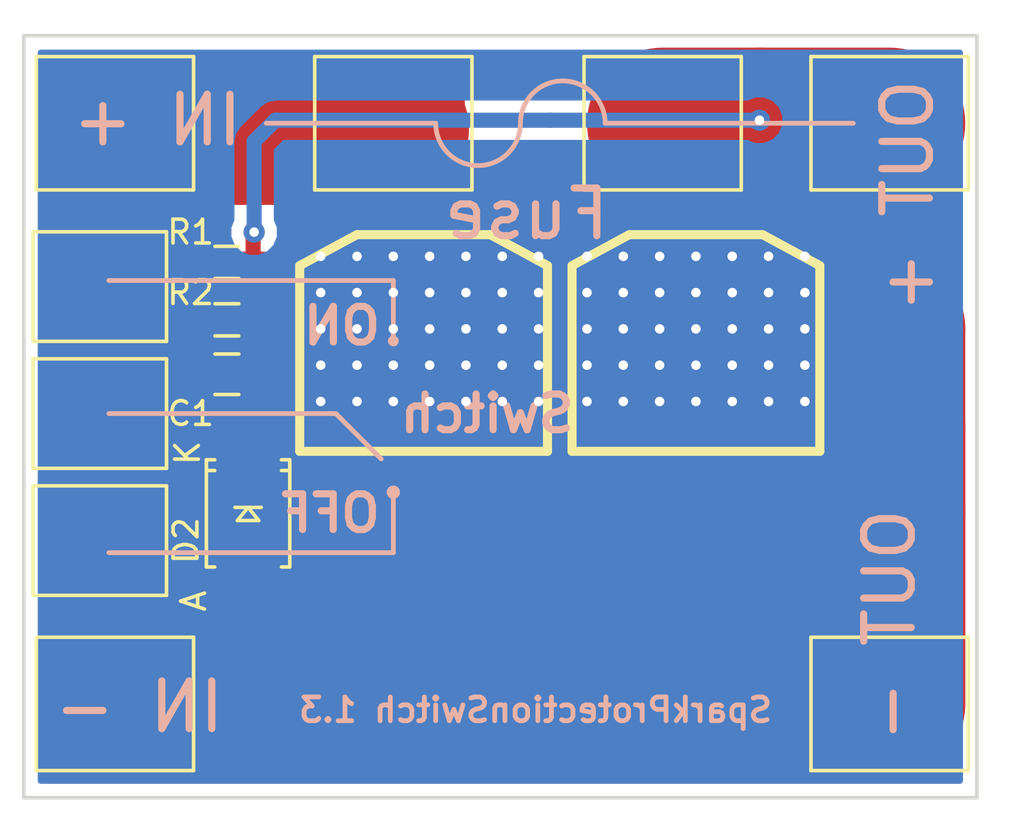
<source format=kicad_pcb>
(kicad_pcb (version 4) (host pcbnew "(2014-08-31 BZR 5107)-product")

  (general
    (links 24)
    (no_connects 0)
    (area 111.924999 70.924999 152.075001 103.075001)
    (thickness 1.6)
    (drawings 25)
    (tracks 214)
    (zones 0)
    (modules 15)
    (nets 8)
  )

  (page A4)
  (layers
    (0 F.Cu signal)
    (31 B.Cu signal)
    (32 B.Adhes user)
    (33 F.Adhes user)
    (34 B.Paste user)
    (35 F.Paste user)
    (36 B.SilkS user)
    (37 F.SilkS user)
    (38 B.Mask user)
    (39 F.Mask user)
    (40 Dwgs.User user)
    (41 Cmts.User user)
    (42 Eco1.User user)
    (43 Eco2.User user)
    (44 Edge.Cuts user)
  )

  (setup
    (last_trace_width 0.635)
    (user_trace_width 0.3048)
    (user_trace_width 0.4064)
    (user_trace_width 0.635)
    (user_trace_width 1.27)
    (user_trace_width 2.286)
    (user_trace_width 3.81)
    (user_trace_width 5.08)
    (user_trace_width 6.35)
    (trace_clearance 0.254)
    (zone_clearance 0.508)
    (zone_45_only no)
    (trace_min 0.254)
    (segment_width 0.2)
    (edge_width 0.15)
    (via_size 0.889)
    (via_drill 0.4)
    (via_min_size 0.889)
    (via_min_drill 0.4)
    (uvia_size 0.508)
    (uvia_drill 0.127)
    (uvias_allowed no)
    (uvia_min_size 0.508)
    (uvia_min_drill 0.127)
    (pcb_text_width 0.3)
    (pcb_text_size 1 1)
    (mod_edge_width 0.15)
    (mod_text_size 1 1)
    (mod_text_width 0.15)
    (pad_size 3.50012 1.80086)
    (pad_drill 0)
    (pad_to_mask_clearance 0)
    (aux_axis_origin 0 0)
    (visible_elements FFFFFF7F)
    (pcbplotparams
      (layerselection 0x010f0_80000001)
      (usegerberextensions true)
      (excludeedgelayer true)
      (linewidth 0.100000)
      (plotframeref false)
      (viasonmask false)
      (mode 1)
      (useauxorigin false)
      (hpglpennumber 1)
      (hpglpenspeed 20)
      (hpglpendiameter 15)
      (hpglpenoverlay 2)
      (psnegative false)
      (psa4output false)
      (plotreference true)
      (plotvalue false)
      (plotinvisibletext false)
      (padsonsilk false)
      (subtractmaskfromsilk true)
      (outputformat 1)
      (mirror false)
      (drillshape 0)
      (scaleselection 1)
      (outputdirectory Gerber))
  )

  (net 0 "")
  (net 1 "Net-(C1-Pad1)")
  (net 2 "Net-(C1-Pad2)")
  (net 3 "Net-(P1-Pad1)")
  (net 4 "Net-(P3-Pad1)")
  (net 5 "Net-(P5-Pad1)")
  (net 6 "Net-(P4-Pad1)")
  (net 7 "Net-(D2-Pad1)")

  (net_class Default "This is the default net class."
    (clearance 0.254)
    (trace_width 0.254)
    (via_dia 0.889)
    (via_drill 0.4)
    (uvia_dia 0.508)
    (uvia_drill 0.127)
    (add_net "Net-(C1-Pad1)")
    (add_net "Net-(C1-Pad2)")
    (add_net "Net-(D2-Pad1)")
    (add_net "Net-(P1-Pad1)")
    (add_net "Net-(P3-Pad1)")
    (add_net "Net-(P4-Pad1)")
    (add_net "Net-(P5-Pad1)")
  )

  (module Diodes_SMD:Diode-SMA_Handsoldering (layer F.Cu) (tedit 55D5AEF2) (tstamp 55BF524A)
    (at 121.412 91.059 270)
    (descr "Diode SMA Handsoldering")
    (tags "Diode SMA Handsoldering")
    (path /55A12D05)
    (attr smd)
    (fp_text reference D2 (at 1.143 2.6035 270) (layer F.SilkS)
      (effects (font (size 1 1) (thickness 0.15)))
    )
    (fp_text value ZENERsmall (at 0.05 4.4 270) (layer F.Fab) hide
      (effects (font (size 1 1) (thickness 0.15)))
    )
    (fp_line (start -4.5 -2) (end 4.5 -2) (layer F.CrtYd) (width 0.05))
    (fp_line (start 4.5 -2) (end 4.5 2) (layer F.CrtYd) (width 0.05))
    (fp_line (start 4.5 2) (end -4.5 2) (layer F.CrtYd) (width 0.05))
    (fp_line (start -4.5 2) (end -4.5 -2) (layer F.CrtYd) (width 0.05))
    (fp_line (start -0.25 0) (end 0.3 -0.45) (layer F.SilkS) (width 0.15))
    (fp_line (start 0.3 -0.45) (end 0.3 0.45) (layer F.SilkS) (width 0.15))
    (fp_line (start 0.3 0.45) (end -0.25 0) (layer F.SilkS) (width 0.15))
    (fp_line (start -0.25 -0.55) (end -0.25 0.55) (layer F.SilkS) (width 0.15))
    (fp_text user K (at -2.54 2.54 270) (layer F.SilkS)
      (effects (font (size 1 1) (thickness 0.15)))
    )
    (fp_text user A (at 3.683 2.286 270) (layer F.SilkS)
      (effects (font (size 1 1) (thickness 0.15)))
    )
    (fp_line (start -1.79914 1.75006) (end -1.79914 1.39954) (layer F.SilkS) (width 0.15))
    (fp_line (start -1.79914 -1.75006) (end -1.79914 -1.39954) (layer F.SilkS) (width 0.15))
    (fp_line (start 2.25044 1.75006) (end 2.25044 1.39954) (layer F.SilkS) (width 0.15))
    (fp_line (start -2.25044 1.75006) (end -2.25044 1.39954) (layer F.SilkS) (width 0.15))
    (fp_line (start -2.25044 -1.75006) (end -2.25044 -1.39954) (layer F.SilkS) (width 0.15))
    (fp_line (start 2.25044 -1.75006) (end 2.25044 -1.39954) (layer F.SilkS) (width 0.15))
    (fp_line (start -2.25044 1.75006) (end 2.25044 1.75006) (layer F.SilkS) (width 0.15))
    (fp_line (start -2.25044 -1.75006) (end 2.25044 -1.75006) (layer F.SilkS) (width 0.15))
    (pad 2 smd rect (at -2.49936 0 270) (size 3.50012 1.80086) (layers F.Cu F.Paste F.Mask)
      (net 2 "Net-(C1-Pad2)"))
    (pad 1 smd rect (at 2.49936 0 270) (size 3.50012 1.80086) (layers F.Cu F.Paste F.Mask)
      (net 7 "Net-(D2-Pad1)"))
    (model Diodes_SMD.3dshapes/Diode-SMA_Handsoldering.wrl
      (at (xyz 0 0 0))
      (scale (xyz 0.3937 0.3937 0.3937))
      (rotate (xyz 0 0 180))
    )
  )

  (module CRF1:1PAD_6x5mm (layer F.Cu) (tedit 55BF5775) (tstamp 5395D21F)
    (at 115.824 74.676)
    (path /5394BBA4)
    (fp_text reference P1 (at 0 -4.3 90) (layer F.SilkS) hide
      (effects (font (thickness 0.3048)))
    )
    (fp_text value IN+ (at 0 4) (layer F.SilkS) hide
      (effects (font (thickness 0.3048)))
    )
    (fp_line (start -3.3 -2.8) (end 3.3 -2.8) (layer F.SilkS) (width 0.15))
    (fp_line (start 3.3 -2.8) (end 3.3 2.8) (layer F.SilkS) (width 0.15))
    (fp_line (start 3.3 2.8) (end -3.3 2.8) (layer F.SilkS) (width 0.15))
    (fp_line (start -3.3 2.8) (end -3.3 -2.8) (layer F.SilkS) (width 0.15))
    (pad 1 smd rect (at 0 0) (size 6 5) (layers F.Cu F.Paste F.Mask)
      (net 3 "Net-(P1-Pad1)"))
  )

  (module CRF1:1PAD_6x5mm (layer F.Cu) (tedit 55BF5784) (tstamp 5395D224)
    (at 115.824 99.06)
    (path /5394BB57)
    (fp_text reference P2 (at 0 -4.3 90) (layer F.SilkS) hide
      (effects (font (thickness 0.3048)))
    )
    (fp_text value IN- (at 0 4) (layer F.SilkS) hide
      (effects (font (thickness 0.3048)))
    )
    (fp_line (start -3.3 -2.8) (end 3.3 -2.8) (layer F.SilkS) (width 0.15))
    (fp_line (start 3.3 -2.8) (end 3.3 2.8) (layer F.SilkS) (width 0.15))
    (fp_line (start 3.3 2.8) (end -3.3 2.8) (layer F.SilkS) (width 0.15))
    (fp_line (start -3.3 2.8) (end -3.3 -2.8) (layer F.SilkS) (width 0.15))
    (pad 1 smd rect (at 0 0) (size 6 5) (layers F.Cu F.Paste F.Mask)
      (net 7 "Net-(D2-Pad1)"))
  )

  (module CRF1:1PAD_6x5mm (layer F.Cu) (tedit 55BF577B) (tstamp 5395D22F)
    (at 148.336 74.676)
    (path /5394BBF2)
    (fp_text reference P4 (at 0 -4.3 90) (layer F.SilkS) hide
      (effects (font (thickness 0.3048)))
    )
    (fp_text value OUT+ (at 0 4) (layer F.SilkS) hide
      (effects (font (thickness 0.3048)))
    )
    (fp_line (start -3.3 -2.8) (end 3.3 -2.8) (layer F.SilkS) (width 0.15))
    (fp_line (start 3.3 -2.8) (end 3.3 2.8) (layer F.SilkS) (width 0.15))
    (fp_line (start 3.3 2.8) (end -3.3 2.8) (layer F.SilkS) (width 0.15))
    (fp_line (start -3.3 2.8) (end -3.3 -2.8) (layer F.SilkS) (width 0.15))
    (pad 1 smd rect (at 0 0) (size 6 5) (layers F.Cu F.Paste F.Mask)
      (net 6 "Net-(P4-Pad1)"))
  )

  (module CRF1:1PAD_6x5mm (layer F.Cu) (tedit 55BF5780) (tstamp 5395D234)
    (at 148.336 99.06)
    (path /5394BB22)
    (fp_text reference P5 (at 0 -4.3 90) (layer F.SilkS) hide
      (effects (font (thickness 0.3048)))
    )
    (fp_text value OUT- (at 0 4) (layer F.SilkS) hide
      (effects (font (thickness 0.3048)))
    )
    (fp_line (start -3.3 -2.8) (end 3.3 -2.8) (layer F.SilkS) (width 0.15))
    (fp_line (start 3.3 -2.8) (end 3.3 2.8) (layer F.SilkS) (width 0.15))
    (fp_line (start 3.3 2.8) (end -3.3 2.8) (layer F.SilkS) (width 0.15))
    (fp_line (start -3.3 2.8) (end -3.3 -2.8) (layer F.SilkS) (width 0.15))
    (pad 1 smd rect (at 0 0) (size 6 5) (layers F.Cu F.Paste F.Mask)
      (net 5 "Net-(P5-Pad1)"))
  )

  (module CRF1:D2PAK-7-GDS (layer F.Cu) (tedit 55BF5792) (tstamp 5395D23F)
    (at 128.778 89.154)
    (path /5394B8C1)
    (fp_text reference Q1 (at 0 8.19912) (layer F.SilkS) hide
      (effects (font (thickness 0.3048)))
    )
    (fp_text value IRFS7530 (at 0 -11.50112) (layer F.SilkS) hide
      (effects (font (thickness 0.3048)))
    )
    (fp_line (start 5.19938 -0.70104) (end -5.19938 -0.70104) (layer F.SilkS) (width 0.381))
    (fp_line (start -5.19938 -0.70104) (end -5.19938 -8.49884) (layer F.SilkS) (width 0.381))
    (fp_line (start -5.19938 -8.49884) (end -2.79908 -9.79932) (layer F.SilkS) (width 0.381))
    (fp_line (start -2.79908 -9.79932) (end 2.79908 -9.79932) (layer F.SilkS) (width 0.381))
    (fp_line (start 2.79908 -9.79932) (end 5.19938 -8.49884) (layer F.SilkS) (width 0.381))
    (fp_line (start 5.19938 -8.49884) (end 5.19938 -0.70104) (layer F.SilkS) (width 0.381))
    (pad D smd rect (at 0 -5.90042) (size 10.80008 8.15086) (layers F.Cu F.Paste F.Mask)
      (net 5 "Net-(P5-Pad1)"))
    (pad G smd rect (at -3.81 4.70154) (size 0.89916 3.2004) (layers F.Cu F.Paste F.Mask)
      (net 2 "Net-(C1-Pad2)"))
    (pad S smd rect (at -2.54 4.70154) (size 0.89916 3.2004) (layers F.Cu F.Paste F.Mask)
      (net 7 "Net-(D2-Pad1)"))
    (pad S smd rect (at -1.27 4.70154) (size 0.89916 3.2004) (layers F.Cu F.Paste F.Mask)
      (net 7 "Net-(D2-Pad1)"))
    (pad S smd rect (at 1.27 4.70154) (size 0.89916 3.2004) (layers F.Cu F.Paste F.Mask)
      (net 7 "Net-(D2-Pad1)"))
    (pad S smd rect (at 2.54 4.70154) (size 0.89916 3.2004) (layers F.Cu F.Paste F.Mask)
      (net 7 "Net-(D2-Pad1)"))
    (pad S smd rect (at 3.81 4.70154) (size 0.89916 3.2004) (layers F.Cu F.Paste F.Mask)
      (net 7 "Net-(D2-Pad1)"))
  )

  (module CRF1:D2PAK-7-GDS (layer F.Cu) (tedit 55BF5794) (tstamp 5395D24A)
    (at 140.208 89.154)
    (path /5394B839)
    (fp_text reference Q2 (at 0 8.19912) (layer F.SilkS) hide
      (effects (font (thickness 0.3048)))
    )
    (fp_text value IRFS7530 (at 0 -11.50112) (layer F.SilkS) hide
      (effects (font (thickness 0.3048)))
    )
    (fp_line (start 5.19938 -0.70104) (end -5.19938 -0.70104) (layer F.SilkS) (width 0.381))
    (fp_line (start -5.19938 -0.70104) (end -5.19938 -8.49884) (layer F.SilkS) (width 0.381))
    (fp_line (start -5.19938 -8.49884) (end -2.79908 -9.79932) (layer F.SilkS) (width 0.381))
    (fp_line (start -2.79908 -9.79932) (end 2.79908 -9.79932) (layer F.SilkS) (width 0.381))
    (fp_line (start 2.79908 -9.79932) (end 5.19938 -8.49884) (layer F.SilkS) (width 0.381))
    (fp_line (start 5.19938 -8.49884) (end 5.19938 -0.70104) (layer F.SilkS) (width 0.381))
    (pad D smd rect (at 0 -5.90042) (size 10.80008 8.15086) (layers F.Cu F.Paste F.Mask)
      (net 5 "Net-(P5-Pad1)"))
    (pad G smd rect (at -3.81 4.70154) (size 0.89916 3.2004) (layers F.Cu F.Paste F.Mask)
      (net 2 "Net-(C1-Pad2)"))
    (pad S smd rect (at -2.54 4.70154) (size 0.89916 3.2004) (layers F.Cu F.Paste F.Mask)
      (net 7 "Net-(D2-Pad1)"))
    (pad S smd rect (at -1.27 4.70154) (size 0.89916 3.2004) (layers F.Cu F.Paste F.Mask)
      (net 7 "Net-(D2-Pad1)"))
    (pad S smd rect (at 1.27 4.70154) (size 0.89916 3.2004) (layers F.Cu F.Paste F.Mask)
      (net 7 "Net-(D2-Pad1)"))
    (pad S smd rect (at 2.54 4.70154) (size 0.89916 3.2004) (layers F.Cu F.Paste F.Mask)
      (net 7 "Net-(D2-Pad1)"))
    (pad S smd rect (at 3.81 4.70154) (size 0.89916 3.2004) (layers F.Cu F.Paste F.Mask)
      (net 7 "Net-(D2-Pad1)"))
  )

  (module CRF1:1PAD_4x5mm (layer F.Cu) (tedit 55BF5789) (tstamp 55A12D93)
    (at 115.189 86.868 90)
    (path /55A14A13)
    (fp_text reference P7 (at 0 -4.3 180) (layer F.SilkS) hide
      (effects (font (thickness 0.3048)))
    )
    (fp_text value 12V_SW (at 0 4 90) (layer F.SilkS) hide
      (effects (font (thickness 0.3048)))
    )
    (fp_line (start -2.3 -2.8) (end 2.3 -2.8) (layer F.SilkS) (width 0.15))
    (fp_line (start 2.3 -2.8) (end 2.3 2.8) (layer F.SilkS) (width 0.15))
    (fp_line (start 2.3 2.8) (end -2.3 2.8) (layer F.SilkS) (width 0.15))
    (fp_line (start -2.3 2.8) (end -2.3 -2.8) (layer F.SilkS) (width 0.15))
    (pad 1 smd rect (at 0 0 90) (size 4 5) (layers F.Cu F.Paste F.Mask)
      (net 2 "Net-(C1-Pad2)"))
  )

  (module CRF1:1PAD_4x5mm (layer F.Cu) (tedit 55BF5787) (tstamp 55A12D98)
    (at 115.189 92.202 90)
    (path /55A14A98)
    (fp_text reference P8 (at 0 -4.3 180) (layer F.SilkS) hide
      (effects (font (thickness 0.3048)))
    )
    (fp_text value 12V_SW (at 0 4 90) (layer F.SilkS) hide
      (effects (font (thickness 0.3048)))
    )
    (fp_line (start -2.3 -2.8) (end 2.3 -2.8) (layer F.SilkS) (width 0.15))
    (fp_line (start 2.3 -2.8) (end 2.3 2.8) (layer F.SilkS) (width 0.15))
    (fp_line (start 2.3 2.8) (end -2.3 2.8) (layer F.SilkS) (width 0.15))
    (fp_line (start -2.3 2.8) (end -2.3 -2.8) (layer F.SilkS) (width 0.15))
    (pad 1 smd rect (at 0 0 90) (size 4 5) (layers F.Cu F.Paste F.Mask)
      (net 7 "Net-(D2-Pad1)"))
  )

  (module CRF1:1PAD_4x5mm (layer F.Cu) (tedit 55BF578D) (tstamp 55A12E13)
    (at 115.189 81.534 90)
    (path /55A147BF)
    (fp_text reference P3 (at 0 -4.3 180) (layer F.SilkS) hide
      (effects (font (thickness 0.3048)))
    )
    (fp_text value SW (at 0 4 90) (layer F.SilkS) hide
      (effects (font (thickness 0.3048)))
    )
    (fp_line (start -2.3 -2.8) (end 2.3 -2.8) (layer F.SilkS) (width 0.15))
    (fp_line (start 2.3 -2.8) (end 2.3 2.8) (layer F.SilkS) (width 0.15))
    (fp_line (start 2.3 2.8) (end -2.3 2.8) (layer F.SilkS) (width 0.15))
    (fp_line (start -2.3 2.8) (end -2.3 -2.8) (layer F.SilkS) (width 0.15))
    (pad 1 smd rect (at 0 0 90) (size 4 5) (layers F.Cu F.Paste F.Mask)
      (net 4 "Net-(P3-Pad1)"))
  )

  (module Resistors_SMD:R_0603_HandSoldering (layer F.Cu) (tedit 55D5B030) (tstamp 55A12E17)
    (at 120.523 80.518 180)
    (descr "Resistor SMD 0603, hand soldering")
    (tags "resistor 0603")
    (path /5394B9EE)
    (attr smd)
    (fp_text reference R1 (at 1.524 1.27 180) (layer F.SilkS)
      (effects (font (size 1 1) (thickness 0.15)))
    )
    (fp_text value 1M (at 0 1.9 180) (layer F.SilkS) hide
      (effects (font (size 1 1) (thickness 0.15)))
    )
    (fp_line (start -2 -0.8) (end 2 -0.8) (layer F.CrtYd) (width 0.05))
    (fp_line (start -2 0.8) (end 2 0.8) (layer F.CrtYd) (width 0.05))
    (fp_line (start -2 -0.8) (end -2 0.8) (layer F.CrtYd) (width 0.05))
    (fp_line (start 2 -0.8) (end 2 0.8) (layer F.CrtYd) (width 0.05))
    (fp_line (start 0.5 0.675) (end -0.5 0.675) (layer F.SilkS) (width 0.15))
    (fp_line (start -0.5 -0.675) (end 0.5 -0.675) (layer F.SilkS) (width 0.15))
    (pad 1 smd rect (at -1.1 0 180) (size 1.2 0.9) (layers F.Cu F.Paste F.Mask)
      (net 6 "Net-(P4-Pad1)"))
    (pad 2 smd rect (at 1.1 0 180) (size 1.2 0.9) (layers F.Cu F.Paste F.Mask)
      (net 4 "Net-(P3-Pad1)"))
    (model Resistors_SMD.3dshapes/R_0603_HandSoldering.wrl
      (at (xyz 0 0 0))
      (scale (xyz 1 1 1))
      (rotate (xyz 0 0 0))
    )
  )

  (module Resistors_SMD:R_0603_HandSoldering (layer F.Cu) (tedit 55D5B031) (tstamp 55A12E1C)
    (at 120.523 82.931 180)
    (descr "Resistor SMD 0603, hand soldering")
    (tags "resistor 0603")
    (path /5394B921)
    (attr smd)
    (fp_text reference R2 (at 1.524 1.143 180) (layer F.SilkS)
      (effects (font (size 1 1) (thickness 0.15)))
    )
    (fp_text value 1k (at 0 1.9 180) (layer F.SilkS) hide
      (effects (font (size 1 1) (thickness 0.15)))
    )
    (fp_line (start -2 -0.8) (end 2 -0.8) (layer F.CrtYd) (width 0.05))
    (fp_line (start -2 0.8) (end 2 0.8) (layer F.CrtYd) (width 0.05))
    (fp_line (start -2 -0.8) (end -2 0.8) (layer F.CrtYd) (width 0.05))
    (fp_line (start 2 -0.8) (end 2 0.8) (layer F.CrtYd) (width 0.05))
    (fp_line (start 0.5 0.675) (end -0.5 0.675) (layer F.SilkS) (width 0.15))
    (fp_line (start -0.5 -0.675) (end 0.5 -0.675) (layer F.SilkS) (width 0.15))
    (pad 1 smd rect (at -1.1 0 180) (size 1.2 0.9) (layers F.Cu F.Paste F.Mask)
      (net 5 "Net-(P5-Pad1)"))
    (pad 2 smd rect (at 1.1 0 180) (size 1.2 0.9) (layers F.Cu F.Paste F.Mask)
      (net 1 "Net-(C1-Pad1)"))
    (model Resistors_SMD.3dshapes/R_0603_HandSoldering.wrl
      (at (xyz 0 0 0))
      (scale (xyz 1 1 1))
      (rotate (xyz 0 0 0))
    )
  )

  (module CRF1:1PAD_6x5mm (layer F.Cu) (tedit 55BF686A) (tstamp 55BF6864)
    (at 127.508 74.676)
    (path /55BF6959)
    (fp_text reference P6 (at 0 -4.3 90) (layer F.SilkS) hide
      (effects (font (thickness 0.3048)))
    )
    (fp_text value FUSE_A (at 0 4) (layer F.SilkS) hide
      (effects (font (thickness 0.3048)))
    )
    (fp_line (start -3.3 -2.8) (end 3.3 -2.8) (layer F.SilkS) (width 0.15))
    (fp_line (start 3.3 -2.8) (end 3.3 2.8) (layer F.SilkS) (width 0.15))
    (fp_line (start 3.3 2.8) (end -3.3 2.8) (layer F.SilkS) (width 0.15))
    (fp_line (start -3.3 2.8) (end -3.3 -2.8) (layer F.SilkS) (width 0.15))
    (pad 1 smd rect (at 0 0) (size 6 5) (layers F.Cu F.Paste F.Mask)
      (net 3 "Net-(P1-Pad1)"))
  )

  (module CRF1:1PAD_6x5mm (layer F.Cu) (tedit 55BF686D) (tstamp 55BF6869)
    (at 138.811 74.676)
    (path /55BF68E3)
    (fp_text reference P9 (at 0 -4.3 90) (layer F.SilkS) hide
      (effects (font (thickness 0.3048)))
    )
    (fp_text value FUSE_B (at 0 4) (layer F.SilkS) hide
      (effects (font (thickness 0.3048)))
    )
    (fp_line (start -3.3 -2.8) (end 3.3 -2.8) (layer F.SilkS) (width 0.15))
    (fp_line (start 3.3 -2.8) (end 3.3 2.8) (layer F.SilkS) (width 0.15))
    (fp_line (start 3.3 2.8) (end -3.3 2.8) (layer F.SilkS) (width 0.15))
    (fp_line (start -3.3 2.8) (end -3.3 -2.8) (layer F.SilkS) (width 0.15))
    (pad 1 smd rect (at 0 0) (size 6 5) (layers F.Cu F.Paste F.Mask)
      (net 6 "Net-(P4-Pad1)"))
  )

  (module Capacitors_SMD:C_0805_HandSoldering (layer F.Cu) (tedit 55D5B120) (tstamp 55D5ADA3)
    (at 120.523 85.217)
    (descr "Capacitor SMD 0805, hand soldering")
    (tags "capacitor 0805")
    (path /5394B9AA)
    (attr smd)
    (fp_text reference C1 (at -1.524 1.651 180) (layer F.SilkS)
      (effects (font (size 1 1) (thickness 0.15)))
    )
    (fp_text value 1u/100V (at 0 2.1) (layer F.Fab) hide
      (effects (font (size 1 1) (thickness 0.15)))
    )
    (fp_line (start -2.3 -1) (end 2.3 -1) (layer F.CrtYd) (width 0.05))
    (fp_line (start -2.3 1) (end 2.3 1) (layer F.CrtYd) (width 0.05))
    (fp_line (start -2.3 -1) (end -2.3 1) (layer F.CrtYd) (width 0.05))
    (fp_line (start 2.3 -1) (end 2.3 1) (layer F.CrtYd) (width 0.05))
    (fp_line (start 0.5 -0.85) (end -0.5 -0.85) (layer F.SilkS) (width 0.15))
    (fp_line (start -0.5 0.85) (end 0.5 0.85) (layer F.SilkS) (width 0.15))
    (pad 1 smd rect (at -1.25 0) (size 1.5 1.25) (layers F.Cu F.Paste F.Mask)
      (net 1 "Net-(C1-Pad1)"))
    (pad 2 smd rect (at 1.25 0) (size 1.5 1.25) (layers F.Cu F.Paste F.Mask)
      (net 2 "Net-(C1-Pad2)"))
    (model Capacitors_SMD.3dshapes/C_0805_HandSoldering.wrl
      (at (xyz 0 0 0))
      (scale (xyz 1 1 1))
      (rotate (xyz 0 0 0))
    )
  )

  (gr_text OFF (at 124.841 91.059) (layer B.SilkS)
    (effects (font (size 1.5 1.5) (thickness 0.3)) (justify mirror))
  )
  (gr_text ON (at 125.349 83.185) (layer B.SilkS)
    (effects (font (size 1.5 1.5) (thickness 0.3)) (justify mirror))
  )
  (gr_circle (center 127.508 90.17) (end 127.635 90.043) (layer B.SilkS) (width 0.2))
  (gr_circle (center 127.508 83.82) (end 127.508 83.947) (layer B.SilkS) (width 0.2))
  (gr_line (start 127.508 81.28) (end 127.508 83.82) (angle 90) (layer B.SilkS) (width 0.2))
  (gr_line (start 127.508 92.71) (end 127.508 90.17) (angle 90) (layer B.SilkS) (width 0.2))
  (gr_line (start 125.095 86.868) (end 127 88.773) (angle 90) (layer B.SilkS) (width 0.2))
  (gr_line (start 115.57 86.868) (end 125.095 86.868) (angle 90) (layer B.SilkS) (width 0.2))
  (gr_line (start 127.508 81.28) (end 115.57 81.28) (angle 90) (layer B.SilkS) (width 0.2))
  (gr_text "SparkProtectionSwitch 1.3" (at 133.477 99.314) (layer B.SilkS)
    (effects (font (size 1 1) (thickness 0.2)) (justify mirror))
  )
  (gr_line (start 112 103) (end 112 71) (angle 90) (layer Edge.Cuts) (width 0.15))
  (gr_line (start 152 103) (end 112 103) (angle 90) (layer Edge.Cuts) (width 0.15))
  (gr_line (start 152 71) (end 152 103) (angle 90) (layer Edge.Cuts) (width 0.15))
  (gr_line (start 112 71) (end 152 71) (angle 90) (layer Edge.Cuts) (width 0.15))
  (gr_text Fuse (at 133.096 78.486) (layer B.SilkS)
    (effects (font (size 2 2) (thickness 0.3)) (justify mirror))
  )
  (gr_line (start 129.286 74.676) (end 122.174 74.676) (angle 90) (layer B.SilkS) (width 0.2))
  (gr_line (start 136.398 74.676) (end 146.812 74.676) (angle 90) (layer B.SilkS) (width 0.2))
  (gr_arc (start 131.064 74.676) (end 132.842 74.676) (angle 180) (layer B.SilkS) (width 0.2))
  (gr_arc (start 134.62 74.676) (end 132.842 74.676) (angle 180) (layer B.SilkS) (width 0.2))
  (gr_line (start 115.57 92.71) (end 127.508 92.71) (angle 90) (layer B.SilkS) (width 0.2))
  (gr_text Switch (at 131.445 86.868) (layer B.SilkS)
    (effects (font (size 1.5 1.5) (thickness 0.3)) (justify mirror))
  )
  (gr_text "OUT -" (at 148.336 95.758 90) (layer B.SilkS)
    (effects (font (size 2 2) (thickness 0.3)) (justify mirror))
  )
  (gr_text "OUT +" (at 149.098 77.724 90) (layer B.SilkS)
    (effects (font (size 2 2) (thickness 0.3)) (justify mirror))
  )
  (gr_text "IN -" (at 116.84 99.187) (layer B.SilkS)
    (effects (font (size 2 2) (thickness 0.3)) (justify mirror))
  )
  (gr_text "IN +" (at 117.602 74.549) (layer B.SilkS)
    (effects (font (size 2 2) (thickness 0.3)) (justify mirror))
  )

  (segment (start 119.423 82.931) (end 119.423 85.067) (width 0.635) (layer F.Cu) (net 1))
  (segment (start 119.423 85.067) (end 119.273 85.217) (width 0.635) (layer F.Cu) (net 1) (tstamp 55D5ADF4))
  (segment (start 121.412 88.55964) (end 119.92864 88.55964) (width 0.635) (layer F.Cu) (net 2))
  (segment (start 118.237 86.868) (end 115.189 86.868) (width 0.635) (layer F.Cu) (net 2) (tstamp 55D5ADFB))
  (segment (start 119.92864 88.55964) (end 118.237 86.868) (width 0.635) (layer F.Cu) (net 2) (tstamp 55D5ADFA))
  (segment (start 121.773 85.217) (end 121.773 88.19864) (width 0.635) (layer F.Cu) (net 2))
  (segment (start 121.773 88.19864) (end 121.412 88.55964) (width 0.635) (layer F.Cu) (net 2) (tstamp 55D5ADF1))
  (segment (start 127.381 89.662) (end 122.51436 89.662) (width 0.635) (layer F.Cu) (net 2))
  (segment (start 122.51436 89.662) (end 121.412 88.55964) (width 0.635) (layer F.Cu) (net 2) (tstamp 55D5ADEE))
  (segment (start 124.968 93.85554) (end 124.968 91.694) (width 0.635) (layer F.Cu) (net 2) (status 10))
  (segment (start 134 89.662) (end 134.112 89.662) (width 0.635) (layer F.Cu) (net 2) (tstamp 55C05F96))
  (segment (start 127 89.662) (end 127.381 89.662) (width 0.635) (layer F.Cu) (net 2) (tstamp 55A130F8))
  (segment (start 127.381 89.662) (end 134 89.662) (width 0.635) (layer F.Cu) (net 2) (tstamp 55D5ADEC))
  (segment (start 124.968 91.694) (end 127 89.662) (width 0.635) (layer F.Cu) (net 2) (tstamp 55A130F6))
  (segment (start 124.67082 93.55836) (end 124.968 93.85554) (width 0.4064) (layer F.Cu) (net 2) (tstamp 55BF54E6) (status 30))
  (segment (start 134.662 89.662) (end 136.398 91.398) (width 0.635) (layer F.Cu) (net 2) (tstamp 55C05F98))
  (segment (start 136.398 91.398) (end 136.398 93.85554) (width 0.635) (layer F.Cu) (net 2) (tstamp 55C05F99))
  (segment (start 134 89.662) (end 134.662 89.662) (width 0.635) (layer F.Cu) (net 2))
  (segment (start 115.908 86.403) (end 115.189 87.122) (width 0.635) (layer F.Cu) (net 2) (tstamp 55BF58EE) (status 30))
  (segment (start 119.253 74.93) (end 127.508 74.93) (width 6.35) (layer F.Cu) (net 3) (tstamp 55C0614D) (status 30))
  (segment (start 115.824 74.93) (end 119.253 74.93) (width 6.35) (layer F.Cu) (net 3) (status 30))
  (segment (start 119.423 80.518) (end 116.205 80.518) (width 0.635) (layer F.Cu) (net 4))
  (segment (start 116.205 80.518) (end 115.189 81.534) (width 0.635) (layer F.Cu) (net 4) (tstamp 55D5ADFE))
  (segment (start 115.994 80.983) (end 115.189 81.788) (width 0.635) (layer F.Cu) (net 4) (tstamp 55BF58EB) (status 30))
  (segment (start 121.623 82.931) (end 128.45542 82.931) (width 0.635) (layer F.Cu) (net 5))
  (segment (start 128.45542 82.931) (end 128.778 83.25358) (width 0.635) (layer F.Cu) (net 5) (tstamp 55D5ADF7))
  (segment (start 140.208 83.25358) (end 138.62558 83.25358) (width 0.254) (layer F.Cu) (net 5))
  (segment (start 138.62558 83.25358) (end 135.636 80.264) (width 0.254) (layer F.Cu) (net 5) (tstamp 55BF6F44))
  (via (at 135.636 80.264) (size 0.889) (layers F.Cu B.Cu) (net 5))
  (segment (start 135.636 80.264) (end 137.16 80.264) (width 0.254) (layer B.Cu) (net 5) (tstamp 55BF6F47))
  (via (at 137.16 80.264) (size 0.889) (layers F.Cu B.Cu) (net 5))
  (segment (start 137.16 80.264) (end 138.684 80.264) (width 0.254) (layer F.Cu) (net 5) (tstamp 55BF6F4A))
  (via (at 138.684 80.264) (size 0.889) (layers F.Cu B.Cu) (net 5))
  (segment (start 138.684 80.264) (end 140.208 80.264) (width 0.254) (layer B.Cu) (net 5) (tstamp 55BF6F4D))
  (via (at 140.208 80.264) (size 0.889) (layers F.Cu B.Cu) (net 5))
  (segment (start 140.208 80.264) (end 141.732 80.264) (width 0.254) (layer F.Cu) (net 5) (tstamp 55BF6F50))
  (via (at 141.732 80.264) (size 0.889) (layers F.Cu B.Cu) (net 5))
  (segment (start 141.732 80.264) (end 143.256 80.264) (width 0.254) (layer B.Cu) (net 5) (tstamp 55BF6F53))
  (via (at 143.256 80.264) (size 0.889) (layers F.Cu B.Cu) (net 5))
  (segment (start 143.256 80.264) (end 144.78 80.264) (width 0.254) (layer F.Cu) (net 5) (tstamp 55BF6F56))
  (via (at 144.78 80.264) (size 0.889) (layers F.Cu B.Cu) (net 5))
  (segment (start 144.78 80.264) (end 144.78 81.788) (width 0.254) (layer B.Cu) (net 5) (tstamp 55BF6F59))
  (via (at 144.78 81.788) (size 0.889) (layers F.Cu B.Cu) (net 5))
  (segment (start 144.78 81.788) (end 144.78 83.312) (width 0.254) (layer F.Cu) (net 5) (tstamp 55BF6F5C))
  (via (at 144.78 83.312) (size 0.889) (layers F.Cu B.Cu) (net 5))
  (segment (start 144.78 83.312) (end 144.78 84.836) (width 0.254) (layer B.Cu) (net 5) (tstamp 55BF6F5F))
  (via (at 144.78 84.836) (size 0.889) (layers F.Cu B.Cu) (net 5))
  (segment (start 144.78 84.836) (end 144.78 86.36) (width 0.254) (layer F.Cu) (net 5) (tstamp 55BF6F62))
  (via (at 144.78 86.36) (size 0.889) (layers F.Cu B.Cu) (net 5))
  (segment (start 144.78 86.36) (end 143.256 86.36) (width 0.254) (layer B.Cu) (net 5) (tstamp 55BF6F65))
  (via (at 143.256 86.36) (size 0.889) (layers F.Cu B.Cu) (net 5))
  (segment (start 143.256 86.36) (end 143.256 84.836) (width 0.254) (layer F.Cu) (net 5) (tstamp 55BF6F68))
  (via (at 143.256 84.836) (size 0.889) (layers F.Cu B.Cu) (net 5))
  (segment (start 143.256 84.836) (end 143.256 83.312) (width 0.254) (layer B.Cu) (net 5) (tstamp 55BF6F6B))
  (via (at 143.256 83.312) (size 0.889) (layers F.Cu B.Cu) (net 5))
  (segment (start 143.256 83.312) (end 143.256 81.788) (width 0.254) (layer F.Cu) (net 5) (tstamp 55BF6F6E))
  (via (at 143.256 81.788) (size 0.889) (layers F.Cu B.Cu) (net 5))
  (segment (start 143.256 81.788) (end 141.732 81.788) (width 0.254) (layer B.Cu) (net 5) (tstamp 55BF6F71))
  (via (at 141.732 81.788) (size 0.889) (layers F.Cu B.Cu) (net 5))
  (segment (start 141.732 81.788) (end 141.732 83.312) (width 0.254) (layer F.Cu) (net 5) (tstamp 55BF6F74))
  (via (at 141.732 83.312) (size 0.889) (layers F.Cu B.Cu) (net 5))
  (segment (start 141.732 83.312) (end 141.732 84.836) (width 0.254) (layer B.Cu) (net 5) (tstamp 55BF6F77))
  (via (at 141.732 84.836) (size 0.889) (layers F.Cu B.Cu) (net 5))
  (segment (start 141.732 84.836) (end 141.732 86.36) (width 0.254) (layer F.Cu) (net 5) (tstamp 55BF6F7A))
  (via (at 141.732 86.36) (size 0.889) (layers F.Cu B.Cu) (net 5))
  (segment (start 141.732 86.36) (end 140.208 86.36) (width 0.254) (layer B.Cu) (net 5) (tstamp 55BF6F7D))
  (via (at 140.208 86.36) (size 0.889) (layers F.Cu B.Cu) (net 5))
  (segment (start 140.208 86.36) (end 140.208 84.836) (width 0.254) (layer F.Cu) (net 5) (tstamp 55BF6F80))
  (via (at 140.208 84.836) (size 0.889) (layers F.Cu B.Cu) (net 5))
  (segment (start 140.208 84.836) (end 140.208 83.312) (width 0.254) (layer B.Cu) (net 5) (tstamp 55BF6F83))
  (via (at 140.208 83.312) (size 0.889) (layers F.Cu B.Cu) (net 5))
  (segment (start 140.208 83.312) (end 140.208 81.788) (width 0.254) (layer F.Cu) (net 5) (tstamp 55BF6F86))
  (via (at 140.208 81.788) (size 0.889) (layers F.Cu B.Cu) (net 5))
  (segment (start 140.208 81.788) (end 138.684 81.788) (width 0.254) (layer B.Cu) (net 5) (tstamp 55BF6F89))
  (via (at 138.684 81.788) (size 0.889) (layers F.Cu B.Cu) (net 5))
  (segment (start 138.684 81.788) (end 137.16 81.788) (width 0.254) (layer F.Cu) (net 5) (tstamp 55BF6F8C))
  (via (at 137.16 81.788) (size 0.889) (layers F.Cu B.Cu) (net 5))
  (segment (start 137.16 81.788) (end 135.636 81.788) (width 0.254) (layer B.Cu) (net 5) (tstamp 55BF6F8F))
  (via (at 135.636 81.788) (size 0.889) (layers F.Cu B.Cu) (net 5))
  (segment (start 135.636 81.788) (end 135.636 83.312) (width 0.254) (layer F.Cu) (net 5) (tstamp 55BF6F92))
  (via (at 135.636 83.312) (size 0.889) (layers F.Cu B.Cu) (net 5))
  (segment (start 135.636 83.312) (end 137.16 83.312) (width 0.254) (layer B.Cu) (net 5) (tstamp 55BF6F95))
  (via (at 137.16 83.312) (size 0.889) (layers F.Cu B.Cu) (net 5))
  (segment (start 137.16 83.312) (end 138.684 83.312) (width 0.254) (layer F.Cu) (net 5) (tstamp 55BF6F98))
  (via (at 138.684 83.312) (size 0.889) (layers F.Cu B.Cu) (net 5))
  (segment (start 138.684 83.312) (end 138.684 84.836) (width 0.254) (layer B.Cu) (net 5) (tstamp 55BF6F9B))
  (via (at 138.684 84.836) (size 0.889) (layers F.Cu B.Cu) (net 5))
  (segment (start 138.684 84.836) (end 137.16 84.836) (width 0.254) (layer F.Cu) (net 5) (tstamp 55BF6F9E))
  (via (at 137.16 84.836) (size 0.889) (layers F.Cu B.Cu) (net 5))
  (segment (start 137.16 84.836) (end 135.636 84.836) (width 0.254) (layer B.Cu) (net 5) (tstamp 55BF6FA1))
  (via (at 135.636 84.836) (size 0.889) (layers F.Cu B.Cu) (net 5))
  (segment (start 135.636 84.836) (end 135.636 86.36) (width 0.254) (layer F.Cu) (net 5) (tstamp 55BF6FA4))
  (via (at 135.636 86.36) (size 0.889) (layers F.Cu B.Cu) (net 5))
  (segment (start 135.636 86.36) (end 137.16 86.36) (width 0.254) (layer B.Cu) (net 5) (tstamp 55BF6FA7))
  (via (at 137.16 86.36) (size 0.889) (layers F.Cu B.Cu) (net 5))
  (segment (start 137.16 86.36) (end 138.684 86.36) (width 0.254) (layer F.Cu) (net 5) (tstamp 55BF6FAA))
  (via (at 138.684 86.36) (size 0.889) (layers F.Cu B.Cu) (net 5))
  (segment (start 128.778 83.25358) (end 127.44958 83.25358) (width 0.254) (layer F.Cu) (net 5))
  (segment (start 127.44958 83.25358) (end 124.46 80.264) (width 0.254) (layer F.Cu) (net 5) (tstamp 55BF6ED7))
  (via (at 124.46 80.264) (size 0.889) (layers F.Cu B.Cu) (net 5))
  (segment (start 124.46 80.264) (end 125.984 80.264) (width 0.254) (layer B.Cu) (net 5) (tstamp 55BF6EDB))
  (via (at 125.984 80.264) (size 0.889) (layers F.Cu B.Cu) (net 5))
  (segment (start 125.984 80.264) (end 127.508 80.264) (width 0.254) (layer F.Cu) (net 5) (tstamp 55BF6EDE))
  (via (at 127.508 80.264) (size 0.889) (layers F.Cu B.Cu) (net 5))
  (segment (start 127.508 80.264) (end 129.032 80.264) (width 0.254) (layer B.Cu) (net 5) (tstamp 55BF6EE1))
  (via (at 129.032 80.264) (size 0.889) (layers F.Cu B.Cu) (net 5))
  (segment (start 129.032 80.264) (end 130.556 80.264) (width 0.254) (layer F.Cu) (net 5) (tstamp 55BF6EE4))
  (via (at 130.556 80.264) (size 0.889) (layers F.Cu B.Cu) (net 5))
  (segment (start 130.556 80.264) (end 132.08 80.264) (width 0.254) (layer B.Cu) (net 5) (tstamp 55BF6EE7))
  (via (at 132.08 80.264) (size 0.889) (layers F.Cu B.Cu) (net 5))
  (segment (start 132.08 80.264) (end 133.604 80.264) (width 0.254) (layer F.Cu) (net 5) (tstamp 55BF6EEA))
  (via (at 133.604 80.264) (size 0.889) (layers F.Cu B.Cu) (net 5))
  (segment (start 133.604 80.264) (end 133.604 81.788) (width 0.254) (layer B.Cu) (net 5) (tstamp 55BF6EED))
  (via (at 133.604 81.788) (size 0.889) (layers F.Cu B.Cu) (net 5))
  (segment (start 133.604 81.788) (end 133.604 83.312) (width 0.254) (layer F.Cu) (net 5) (tstamp 55BF6EF0))
  (via (at 133.604 83.312) (size 0.889) (layers F.Cu B.Cu) (net 5))
  (segment (start 133.604 83.312) (end 133.604 84.836) (width 0.254) (layer B.Cu) (net 5) (tstamp 55BF6EF3))
  (via (at 133.604 84.836) (size 0.889) (layers F.Cu B.Cu) (net 5))
  (segment (start 133.604 84.836) (end 133.604 86.36) (width 0.254) (layer F.Cu) (net 5) (tstamp 55BF6EF6))
  (via (at 133.604 86.36) (size 0.889) (layers F.Cu B.Cu) (net 5))
  (segment (start 133.604 86.36) (end 132.08 86.36) (width 0.254) (layer B.Cu) (net 5) (tstamp 55BF6EF9))
  (via (at 132.08 86.36) (size 0.889) (layers F.Cu B.Cu) (net 5))
  (segment (start 132.08 86.36) (end 132.08 84.836) (width 0.254) (layer F.Cu) (net 5) (tstamp 55BF6EFC))
  (via (at 132.08 84.836) (size 0.889) (layers F.Cu B.Cu) (net 5))
  (segment (start 132.08 84.836) (end 132.08 83.312) (width 0.254) (layer B.Cu) (net 5) (tstamp 55BF6EFF))
  (via (at 132.08 83.312) (size 0.889) (layers F.Cu B.Cu) (net 5))
  (segment (start 132.08 83.312) (end 132.08 81.788) (width 0.254) (layer F.Cu) (net 5) (tstamp 55BF6F02))
  (via (at 132.08 81.788) (size 0.889) (layers F.Cu B.Cu) (net 5))
  (segment (start 132.08 81.788) (end 130.556 81.788) (width 0.254) (layer B.Cu) (net 5) (tstamp 55BF6F05))
  (via (at 130.556 81.788) (size 0.889) (layers F.Cu B.Cu) (net 5))
  (segment (start 130.556 81.788) (end 129.032 81.788) (width 0.254) (layer F.Cu) (net 5) (tstamp 55BF6F08))
  (via (at 129.032 81.788) (size 0.889) (layers F.Cu B.Cu) (net 5))
  (segment (start 129.032 81.788) (end 127.508 81.788) (width 0.254) (layer B.Cu) (net 5) (tstamp 55BF6F0B))
  (via (at 127.508 81.788) (size 0.889) (layers F.Cu B.Cu) (net 5))
  (segment (start 127.508 81.788) (end 125.984 81.788) (width 0.254) (layer F.Cu) (net 5) (tstamp 55BF6F0E))
  (via (at 125.984 81.788) (size 0.889) (layers F.Cu B.Cu) (net 5))
  (segment (start 125.984 81.788) (end 124.46 81.788) (width 0.254) (layer B.Cu) (net 5) (tstamp 55BF6F11))
  (via (at 124.46 81.788) (size 0.889) (layers F.Cu B.Cu) (net 5))
  (segment (start 124.46 81.788) (end 124.46 83.312) (width 0.254) (layer F.Cu) (net 5) (tstamp 55BF6F14))
  (via (at 124.46 83.312) (size 0.889) (layers F.Cu B.Cu) (net 5))
  (segment (start 124.46 83.312) (end 125.984 83.312) (width 0.254) (layer B.Cu) (net 5) (tstamp 55BF6F17))
  (via (at 125.984 83.312) (size 0.889) (layers F.Cu B.Cu) (net 5))
  (segment (start 125.984 83.312) (end 127.508 83.312) (width 0.254) (layer F.Cu) (net 5) (tstamp 55BF6F1A))
  (via (at 127.508 83.312) (size 0.889) (layers F.Cu B.Cu) (net 5))
  (segment (start 127.508 83.312) (end 129.032 83.312) (width 0.254) (layer B.Cu) (net 5) (tstamp 55BF6F1D))
  (via (at 129.032 83.312) (size 0.889) (layers F.Cu B.Cu) (net 5))
  (segment (start 129.032 83.312) (end 130.556 83.312) (width 0.254) (layer F.Cu) (net 5) (tstamp 55BF6F20))
  (via (at 130.556 83.312) (size 0.889) (layers F.Cu B.Cu) (net 5))
  (segment (start 130.556 83.312) (end 130.556 84.836) (width 0.254) (layer B.Cu) (net 5) (tstamp 55BF6F23))
  (via (at 130.556 84.836) (size 0.889) (layers F.Cu B.Cu) (net 5))
  (segment (start 130.556 84.836) (end 129.032 84.836) (width 0.254) (layer F.Cu) (net 5) (tstamp 55BF6F26))
  (via (at 129.032 84.836) (size 0.889) (layers F.Cu B.Cu) (net 5))
  (segment (start 129.032 84.836) (end 127.508 84.836) (width 0.254) (layer B.Cu) (net 5) (tstamp 55BF6F29))
  (via (at 127.508 84.836) (size 0.889) (layers F.Cu B.Cu) (net 5))
  (segment (start 127.508 84.836) (end 125.984 84.836) (width 0.254) (layer F.Cu) (net 5) (tstamp 55BF6F2C))
  (via (at 125.984 84.836) (size 0.889) (layers F.Cu B.Cu) (net 5))
  (segment (start 125.984 84.836) (end 124.46 84.836) (width 0.254) (layer B.Cu) (net 5) (tstamp 55BF6F2F))
  (via (at 124.46 84.836) (size 0.889) (layers F.Cu B.Cu) (net 5))
  (segment (start 124.46 84.836) (end 124.46 86.36) (width 0.254) (layer F.Cu) (net 5) (tstamp 55BF6F32))
  (via (at 124.46 86.36) (size 0.889) (layers F.Cu B.Cu) (net 5))
  (segment (start 124.46 86.36) (end 125.984 86.36) (width 0.254) (layer B.Cu) (net 5) (tstamp 55BF6F35))
  (via (at 125.984 86.36) (size 0.889) (layers F.Cu B.Cu) (net 5))
  (segment (start 125.984 86.36) (end 127.508 86.36) (width 0.254) (layer F.Cu) (net 5) (tstamp 55BF6F38))
  (via (at 127.508 86.36) (size 0.889) (layers F.Cu B.Cu) (net 5))
  (segment (start 127.508 86.36) (end 129.032 86.36) (width 0.254) (layer B.Cu) (net 5) (tstamp 55BF6F3B))
  (via (at 129.032 86.36) (size 0.889) (layers F.Cu B.Cu) (net 5))
  (segment (start 129.032 86.36) (end 130.556 86.36) (width 0.254) (layer F.Cu) (net 5) (tstamp 55BF6F3E))
  (via (at 130.556 86.36) (size 0.889) (layers F.Cu B.Cu) (net 5))
  (segment (start 140.208 83.25358) (end 128.778 83.25358) (width 6.35) (layer F.Cu) (net 5) (status 30))
  (segment (start 140.208 83.25358) (end 144.21358 83.25358) (width 6.35) (layer F.Cu) (net 5) (status 30))
  (segment (start 144.21358 83.25358) (end 148.336 87.376) (width 6.35) (layer F.Cu) (net 5) (tstamp 55A13131) (status 10))
  (segment (start 148.336 90.932) (end 148.336 99.06) (width 6.35) (layer F.Cu) (net 5) (tstamp 55BF6A53) (status 20))
  (segment (start 148.336 87.376) (end 148.336 90.932) (width 6.35) (layer F.Cu) (net 5) (tstamp 55A13133))
  (segment (start 140.65758 83.25358) (end 148.336 90.932) (width 6.35) (layer F.Cu) (net 5) (tstamp 55BF6A3D) (status 10))
  (segment (start 140.208 83.25358) (end 140.65758 83.25358) (width 6.35) (layer F.Cu) (net 5) (status 30))
  (segment (start 148.336 99.06) (end 148.336 83.312) (width 6.35) (layer F.Cu) (net 5) (status 10))
  (segment (start 148.336 83.312) (end 148.27758 83.25358) (width 6.35) (layer F.Cu) (net 5) (tstamp 55BF6A6E))
  (segment (start 148.27758 83.25358) (end 140.208 83.25358) (width 6.35) (layer F.Cu) (net 5) (tstamp 55BF6A71) (status 20))
  (segment (start 138.811 74.676) (end 142.875 74.676) (width 6.35) (layer F.Cu) (net 6) (status 30))
  (segment (start 134.112 74.549) (end 142.875 74.549) (width 0.635) (layer B.Cu) (net 6))
  (segment (start 142.875 74.549) (end 142.875 74.676) (width 0.635) (layer F.Cu) (net 6) (tstamp 55D5B0B5))
  (via (at 142.875 74.549) (size 0.889) (layers F.Cu B.Cu) (net 6))
  (segment (start 142.875 74.676) (end 142.875 74.803) (width 0.635) (layer F.Cu) (net 6) (tstamp 55D5B0B6))
  (segment (start 142.875 74.803) (end 142.875 74.676) (width 0.635) (layer F.Cu) (net 6) (tstamp 55D5B0B8))
  (segment (start 121.623 80.518) (end 121.623 79.291) (width 0.635) (layer F.Cu) (net 6))
  (segment (start 122.555 74.549) (end 134.112 74.549) (width 0.635) (layer B.Cu) (net 6) (tstamp 55D5AE11))
  (segment (start 121.666 75.438) (end 122.555 74.549) (width 0.635) (layer B.Cu) (net 6) (tstamp 55D5AE10))
  (segment (start 121.666 79.248) (end 121.666 75.438) (width 0.635) (layer B.Cu) (net 6) (tstamp 55D5AE0F))
  (via (at 121.666 79.248) (size 0.889) (layers F.Cu B.Cu) (net 6))
  (segment (start 121.623 79.291) (end 121.666 79.248) (width 0.635) (layer F.Cu) (net 6) (tstamp 55D5AE0C))
  (segment (start 145.923 74.676) (end 148.336 74.676) (width 0.635) (layer F.Cu) (net 6) (tstamp 55D5AE1B))
  (segment (start 142.875 74.676) (end 148.336 74.676) (width 6.35) (layer F.Cu) (net 6) (tstamp 55D5B0B9) (status 30))
  (segment (start 115.189 92.202) (end 118.11 92.202) (width 0.635) (layer F.Cu) (net 7))
  (segment (start 119.46636 93.55836) (end 121.412 93.55836) (width 0.635) (layer F.Cu) (net 7) (tstamp 55D5AE02))
  (segment (start 118.11 92.202) (end 119.46636 93.55836) (width 0.635) (layer F.Cu) (net 7) (tstamp 55D5AE01))
  (segment (start 121.412 93.55836) (end 121.412 95.377) (width 0.635) (layer F.Cu) (net 7))
  (segment (start 121.412 95.377) (end 125.095 99.06) (width 0.635) (layer F.Cu) (net 7) (tstamp 55D5ADE7))
  (segment (start 115.824 99.06) (end 125.095 99.06) (width 6.35) (layer F.Cu) (net 7))
  (segment (start 125.095 99.06) (end 131.44 99.06) (width 6.35) (layer F.Cu) (net 7) (tstamp 55D5ADEA))
  (segment (start 115.443 98.933) (end 115.824 99.314) (width 0.4064) (layer F.Cu) (net 7) (tstamp 55BF54EE) (status 30))
  (segment (start 115.527 92.794) (end 115.189 92.456) (width 0.635) (layer F.Cu) (net 7) (tstamp 55BF58F1) (status 30))
  (segment (start 137.668 93.85554) (end 138.938 93.85554) (width 0.635) (layer F.Cu) (net 7))
  (segment (start 138.938 93.85554) (end 141.478 93.85554) (width 0.635) (layer F.Cu) (net 7))
  (segment (start 141.478 93.85554) (end 142.748 93.85554) (width 0.635) (layer F.Cu) (net 7))
  (segment (start 142.748 93.85554) (end 144.018 93.85554) (width 0.635) (layer F.Cu) (net 7))
  (segment (start 126.238 93.85554) (end 127.508 93.85554) (width 0.635) (layer F.Cu) (net 7))
  (segment (start 127.508 93.85554) (end 130.048 93.85554) (width 0.635) (layer F.Cu) (net 7))
  (segment (start 130.048 93.85554) (end 131.318 93.85554) (width 0.635) (layer F.Cu) (net 7))
  (segment (start 131.318 93.85554) (end 132.588 93.85554) (width 0.635) (layer F.Cu) (net 7))
  (segment (start 144.018 96.982) (end 144.018 93.85554) (width 0.635) (layer F.Cu) (net 7) (tstamp 55C05FC0))
  (segment (start 141.94 99.06) (end 144.018 96.982) (width 0.635) (layer F.Cu) (net 7) (tstamp 55C05FBF))
  (segment (start 131.44 99.06) (end 141.94 99.06) (width 0.635) (layer F.Cu) (net 7) (tstamp 55C05FC6))
  (segment (start 132.588 97.912) (end 131.44 99.06) (width 0.635) (layer F.Cu) (net 7) (tstamp 55C05FC3))
  (segment (start 132.588 93.85554) (end 132.588 97.912) (width 0.635) (layer F.Cu) (net 7))

  (zone (net 5) (net_name "Net-(P5-Pad1)") (layer B.Cu) (tstamp 55BF6E28) (hatch edge 0.508)
    (connect_pads (clearance 0.508))
    (min_thickness 0.254)
    (fill yes (arc_segments 16) (thermal_gap 0.2032) (thermal_bridge_width 0.3048))
    (polygon
      (pts
        (xy 111 69.5) (xy 154 69.5) (xy 154 104.5) (xy 111 104)
      )
    )
    (filled_polygon
      (pts
        (xy 151.29 102.29) (xy 143.954687 102.29) (xy 143.954687 74.335216) (xy 143.790689 73.938311) (xy 143.487286 73.634378)
        (xy 143.090668 73.469687) (xy 142.661216 73.469313) (xy 142.3534 73.5965) (xy 134.112 73.5965) (xy 122.555 73.5965)
        (xy 122.190494 73.669005) (xy 121.881481 73.875481) (xy 120.992481 74.764481) (xy 120.786005 75.073494) (xy 120.7135 75.438)
        (xy 120.7135 78.726933) (xy 120.586687 79.032332) (xy 120.586313 79.461784) (xy 120.750311 79.858689) (xy 121.053714 80.162622)
        (xy 121.450332 80.327313) (xy 121.879784 80.327687) (xy 122.276689 80.163689) (xy 122.580622 79.860286) (xy 122.745313 79.463668)
        (xy 122.745687 79.034216) (xy 122.6185 78.7264) (xy 122.6185 75.832538) (xy 122.949538 75.5015) (xy 134.112 75.5015)
        (xy 142.353933 75.5015) (xy 142.659332 75.628313) (xy 143.088784 75.628687) (xy 143.485689 75.464689) (xy 143.789622 75.161286)
        (xy 143.954313 74.764668) (xy 143.954687 74.335216) (xy 143.954687 102.29) (xy 112.71 102.29) (xy 112.71 71.71)
        (xy 151.29 71.71) (xy 151.29 102.29)
      )
    )
  )
  (zone (net 7) (net_name "Net-(D2-Pad1)") (layer F.Cu) (tstamp 55C05FD5) (hatch edge 0.508)
    (connect_pads yes (clearance 0.508))
    (min_thickness 0.254)
    (fill yes (arc_segments 32) (thermal_gap 0.2032) (thermal_bridge_width 0.3048))
    (polygon
      (pts
        (xy 119.253 102.235) (xy 143.002 102.235) (xy 144.399 100.838) (xy 144.399 92.583) (xy 137.287 92.583)
        (xy 137.287 95.885) (xy 133.096 95.885) (xy 133.096 92.583) (xy 125.857 92.583) (xy 125.857 95.758)
        (xy 125.73 95.885) (xy 119.253 95.885)
      )
    )
    (filled_polygon
      (pts
        (xy 144.272 100.785395) (xy 142.949395 102.108) (xy 119.38 102.108) (xy 119.38 96.012) (xy 124.207951 96.012)
        (xy 124.217635 96.01847) (xy 124.333197 96.066337) (xy 124.455878 96.09074) (xy 124.580962 96.09074) (xy 125.480122 96.09074)
        (xy 125.602803 96.066337) (xy 125.718365 96.01847) (xy 125.728048 96.012) (xy 125.782605 96.012) (xy 125.984 95.810605)
        (xy 125.984 95.747616) (xy 126.028177 95.640963) (xy 126.05258 95.518282) (xy 126.05258 95.393198) (xy 126.05258 92.71)
        (xy 132.969 92.71) (xy 132.969 96.012) (xy 135.637951 96.012) (xy 135.647635 96.01847) (xy 135.763197 96.066337)
        (xy 135.885878 96.09074) (xy 136.010962 96.09074) (xy 136.910122 96.09074) (xy 137.032803 96.066337) (xy 137.148365 96.01847)
        (xy 137.158048 96.012) (xy 137.414 96.012) (xy 137.414 95.747616) (xy 137.458177 95.640963) (xy 137.48258 95.518282)
        (xy 137.48258 95.393198) (xy 137.48258 92.71) (xy 144.272 92.71) (xy 144.272 100.785395)
      )
    )
  )
)

</source>
